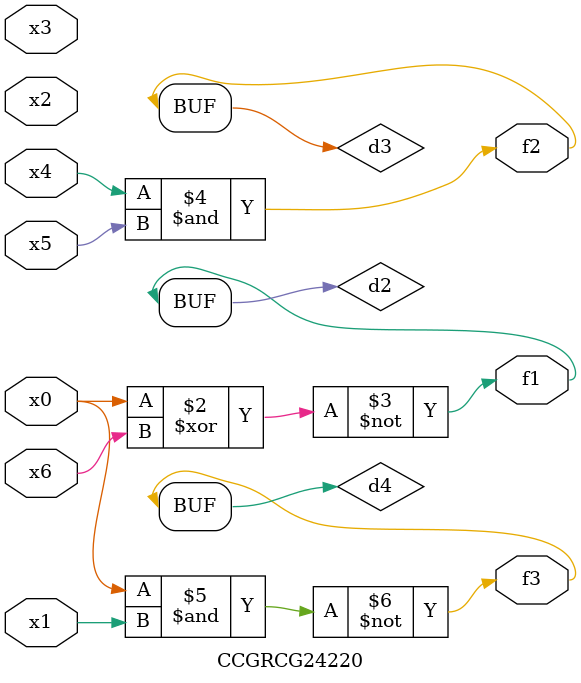
<source format=v>
module CCGRCG24220(
	input x0, x1, x2, x3, x4, x5, x6,
	output f1, f2, f3
);

	wire d1, d2, d3, d4;

	nor (d1, x0);
	xnor (d2, x0, x6);
	and (d3, x4, x5);
	nand (d4, x0, x1);
	assign f1 = d2;
	assign f2 = d3;
	assign f3 = d4;
endmodule

</source>
